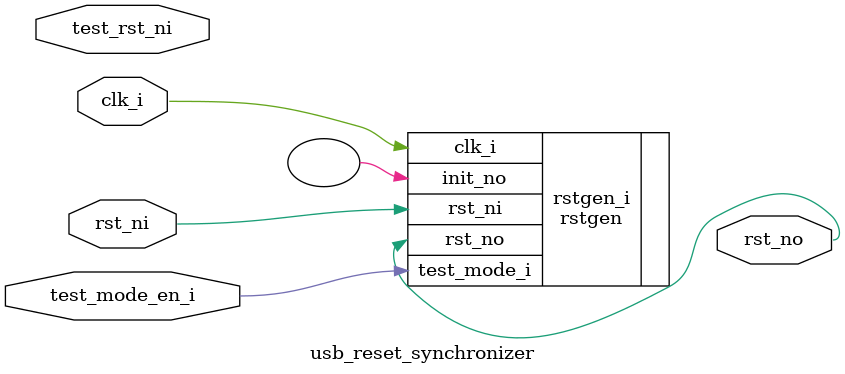
<source format=sv>
module usb_reset_synchronizer (
  input  logic clk_i,
  input  logic rst_ni,

  input  logic test_mode_en_i,
  input  logic test_rst_ni,

  output logic rst_no
);

  rstgen rstgen_i (
    .clk_i        ( clk_i          ),
    .rst_ni       ( rst_ni         ),
    .test_mode_i  ( test_mode_en_i ),
    .init_no      (                ),
    .rst_no       ( rst_no         )
  );

endmodule

</source>
